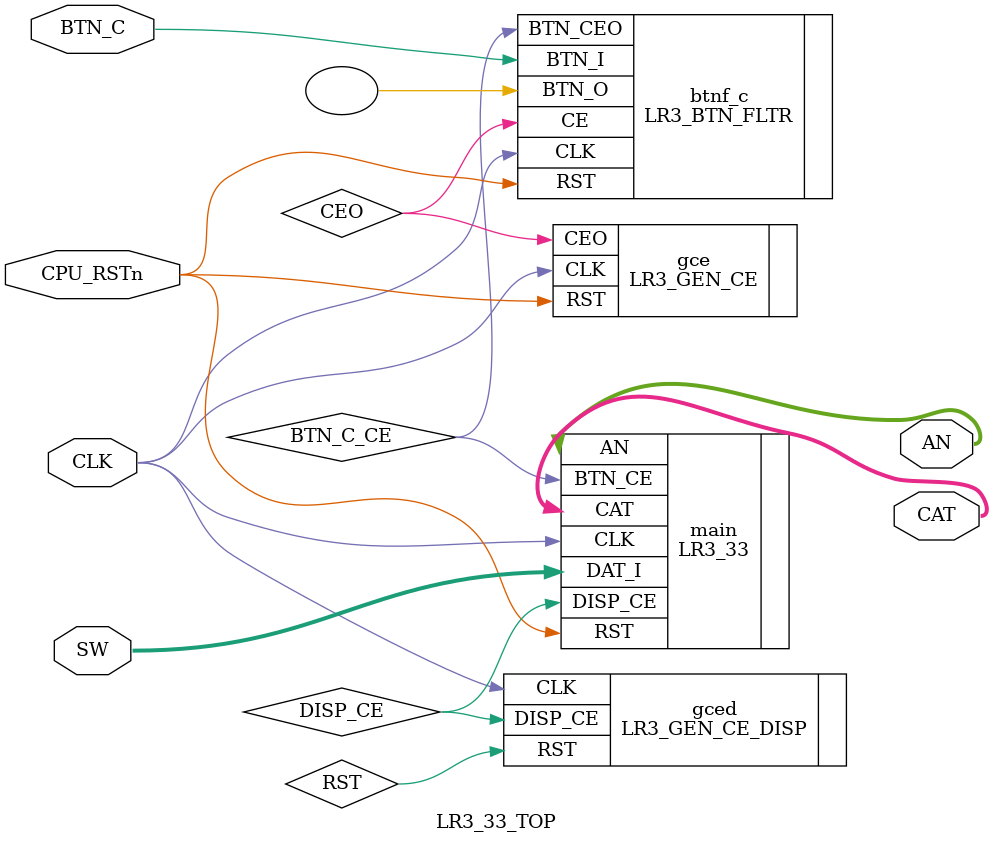
<source format=v>
`timescale 1ns / 1ps
module LR3_33_TOP(
	input CLK,
	input CPU_RSTn,
	input [3:0] SW,
	input BTN_C,
	output [6:0] CAT, // DISP Segments
	output [7:0] AN//, // DISP Anodes
   );
 
	wire CEO;
	wire BTN_C_CE;
	wire DISP_CE;
	
	LR3_GEN_CE gce(.CLK(CLK), .RST(CPU_RSTn), .CEO(CEO));
	LR3_BTN_FLTR btnf_c(.CLK(CLK), .RST(CPU_RSTn), .CE(CEO), .BTN_I(BTN_C), .BTN_O(), .BTN_CEO(BTN_C_CE));
	LR3_GEN_CE_DISP gced(.CLK(CLK), .RST(RST), .DISP_CE(DISP_CE));
	LR3_33 main(.CLK(CLK), .RST(CPU_RSTn), .BTN_CE(BTN_C_CE), .DISP_CE(DISP_CE) , .DAT_I(SW), .CAT(CAT), .AN(AN));

endmodule

</source>
